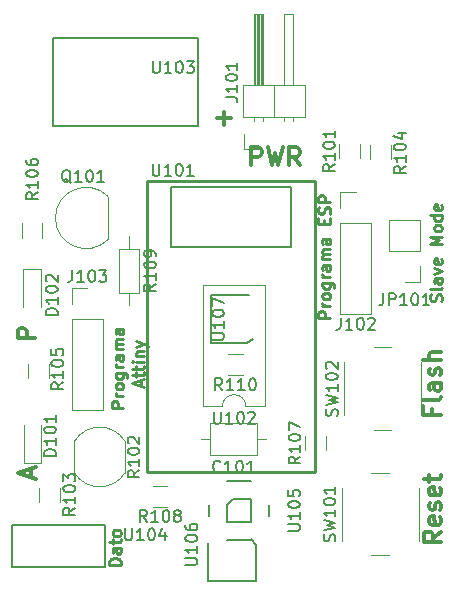
<source format=gbr>
G04 #@! TF.GenerationSoftware,KiCad,Pcbnew,5.0.0-fee4fd1~66~ubuntu16.04.1*
G04 #@! TF.CreationDate,2018-08-17T12:37:58+02:00*
G04 #@! TF.ProjectId,Garden_Guardian,47617264656E5F477561726469616E2E,rev?*
G04 #@! TF.SameCoordinates,Original*
G04 #@! TF.FileFunction,Legend,Top*
G04 #@! TF.FilePolarity,Positive*
%FSLAX46Y46*%
G04 Gerber Fmt 4.6, Leading zero omitted, Abs format (unit mm)*
G04 Created by KiCad (PCBNEW 5.0.0-fee4fd1~66~ubuntu16.04.1) date Fri Aug 17 12:37:58 2018*
%MOMM*%
%LPD*%
G01*
G04 APERTURE LIST*
%ADD10C,0.300000*%
%ADD11C,0.250000*%
%ADD12C,0.150000*%
%ADD13C,0.120000*%
%ADD14C,0.254000*%
%ADD15C,0.152400*%
%ADD16C,0.200000*%
G04 APERTURE END LIST*
D10*
X146268571Y-92502857D02*
X144768571Y-92502857D01*
X144768571Y-91931428D01*
X144840000Y-91788571D01*
X144911428Y-91717142D01*
X145054285Y-91645714D01*
X145268571Y-91645714D01*
X145411428Y-91717142D01*
X145482857Y-91788571D01*
X145554285Y-91931428D01*
X145554285Y-92502857D01*
X145890000Y-104277142D02*
X145890000Y-103562857D01*
X146318571Y-104420000D02*
X144818571Y-103920000D01*
X146318571Y-103420000D01*
D11*
X153512380Y-111702380D02*
X152512380Y-111702380D01*
X152512380Y-111464285D01*
X152560000Y-111321428D01*
X152655238Y-111226190D01*
X152750476Y-111178571D01*
X152940952Y-111130952D01*
X153083809Y-111130952D01*
X153274285Y-111178571D01*
X153369523Y-111226190D01*
X153464761Y-111321428D01*
X153512380Y-111464285D01*
X153512380Y-111702380D01*
X153512380Y-110273809D02*
X152988571Y-110273809D01*
X152893333Y-110321428D01*
X152845714Y-110416666D01*
X152845714Y-110607142D01*
X152893333Y-110702380D01*
X153464761Y-110273809D02*
X153512380Y-110369047D01*
X153512380Y-110607142D01*
X153464761Y-110702380D01*
X153369523Y-110750000D01*
X153274285Y-110750000D01*
X153179047Y-110702380D01*
X153131428Y-110607142D01*
X153131428Y-110369047D01*
X153083809Y-110273809D01*
X152845714Y-109940476D02*
X152845714Y-109559523D01*
X152512380Y-109797619D02*
X153369523Y-109797619D01*
X153464761Y-109750000D01*
X153512380Y-109654761D01*
X153512380Y-109559523D01*
X153512380Y-109083333D02*
X153464761Y-109178571D01*
X153417142Y-109226190D01*
X153321904Y-109273809D01*
X153036190Y-109273809D01*
X152940952Y-109226190D01*
X152893333Y-109178571D01*
X152845714Y-109083333D01*
X152845714Y-108940476D01*
X152893333Y-108845238D01*
X152940952Y-108797619D01*
X153036190Y-108750000D01*
X153321904Y-108750000D01*
X153417142Y-108797619D01*
X153464761Y-108845238D01*
X153512380Y-108940476D01*
X153512380Y-109083333D01*
X153737380Y-98418095D02*
X152737380Y-98418095D01*
X152737380Y-98037142D01*
X152785000Y-97941904D01*
X152832619Y-97894285D01*
X152927857Y-97846666D01*
X153070714Y-97846666D01*
X153165952Y-97894285D01*
X153213571Y-97941904D01*
X153261190Y-98037142D01*
X153261190Y-98418095D01*
X153737380Y-97418095D02*
X153070714Y-97418095D01*
X153261190Y-97418095D02*
X153165952Y-97370476D01*
X153118333Y-97322857D01*
X153070714Y-97227619D01*
X153070714Y-97132380D01*
X153737380Y-96656190D02*
X153689761Y-96751428D01*
X153642142Y-96799047D01*
X153546904Y-96846666D01*
X153261190Y-96846666D01*
X153165952Y-96799047D01*
X153118333Y-96751428D01*
X153070714Y-96656190D01*
X153070714Y-96513333D01*
X153118333Y-96418095D01*
X153165952Y-96370476D01*
X153261190Y-96322857D01*
X153546904Y-96322857D01*
X153642142Y-96370476D01*
X153689761Y-96418095D01*
X153737380Y-96513333D01*
X153737380Y-96656190D01*
X153070714Y-95465714D02*
X153880238Y-95465714D01*
X153975476Y-95513333D01*
X154023095Y-95560952D01*
X154070714Y-95656190D01*
X154070714Y-95799047D01*
X154023095Y-95894285D01*
X153689761Y-95465714D02*
X153737380Y-95560952D01*
X153737380Y-95751428D01*
X153689761Y-95846666D01*
X153642142Y-95894285D01*
X153546904Y-95941904D01*
X153261190Y-95941904D01*
X153165952Y-95894285D01*
X153118333Y-95846666D01*
X153070714Y-95751428D01*
X153070714Y-95560952D01*
X153118333Y-95465714D01*
X153737380Y-94989523D02*
X153070714Y-94989523D01*
X153261190Y-94989523D02*
X153165952Y-94941904D01*
X153118333Y-94894285D01*
X153070714Y-94799047D01*
X153070714Y-94703809D01*
X153737380Y-93941904D02*
X153213571Y-93941904D01*
X153118333Y-93989523D01*
X153070714Y-94084761D01*
X153070714Y-94275238D01*
X153118333Y-94370476D01*
X153689761Y-93941904D02*
X153737380Y-94037142D01*
X153737380Y-94275238D01*
X153689761Y-94370476D01*
X153594523Y-94418095D01*
X153499285Y-94418095D01*
X153404047Y-94370476D01*
X153356428Y-94275238D01*
X153356428Y-94037142D01*
X153308809Y-93941904D01*
X153737380Y-93465714D02*
X153070714Y-93465714D01*
X153165952Y-93465714D02*
X153118333Y-93418095D01*
X153070714Y-93322857D01*
X153070714Y-93180000D01*
X153118333Y-93084761D01*
X153213571Y-93037142D01*
X153737380Y-93037142D01*
X153213571Y-93037142D02*
X153118333Y-92989523D01*
X153070714Y-92894285D01*
X153070714Y-92751428D01*
X153118333Y-92656190D01*
X153213571Y-92608571D01*
X153737380Y-92608571D01*
X153737380Y-91703809D02*
X153213571Y-91703809D01*
X153118333Y-91751428D01*
X153070714Y-91846666D01*
X153070714Y-92037142D01*
X153118333Y-92132380D01*
X153689761Y-91703809D02*
X153737380Y-91799047D01*
X153737380Y-92037142D01*
X153689761Y-92132380D01*
X153594523Y-92180000D01*
X153499285Y-92180000D01*
X153404047Y-92132380D01*
X153356428Y-92037142D01*
X153356428Y-91799047D01*
X153308809Y-91703809D01*
X155201666Y-96560952D02*
X155201666Y-96084761D01*
X155487380Y-96656190D02*
X154487380Y-96322857D01*
X155487380Y-95989523D01*
X154820714Y-95799047D02*
X154820714Y-95418095D01*
X154487380Y-95656190D02*
X155344523Y-95656190D01*
X155439761Y-95608571D01*
X155487380Y-95513333D01*
X155487380Y-95418095D01*
X154820714Y-95227619D02*
X154820714Y-94846666D01*
X154487380Y-95084761D02*
X155344523Y-95084761D01*
X155439761Y-95037142D01*
X155487380Y-94941904D01*
X155487380Y-94846666D01*
X155487380Y-94513333D02*
X154820714Y-94513333D01*
X154487380Y-94513333D02*
X154535000Y-94560952D01*
X154582619Y-94513333D01*
X154535000Y-94465714D01*
X154487380Y-94513333D01*
X154582619Y-94513333D01*
X154820714Y-94037142D02*
X155487380Y-94037142D01*
X154915952Y-94037142D02*
X154868333Y-93989523D01*
X154820714Y-93894285D01*
X154820714Y-93751428D01*
X154868333Y-93656190D01*
X154963571Y-93608571D01*
X155487380Y-93608571D01*
X154820714Y-93227619D02*
X155487380Y-92989523D01*
X154820714Y-92751428D02*
X155487380Y-92989523D01*
X155725476Y-93084761D01*
X155773095Y-93132380D01*
X155820714Y-93227619D01*
D10*
X180648571Y-108897142D02*
X179934285Y-109397142D01*
X180648571Y-109754285D02*
X179148571Y-109754285D01*
X179148571Y-109182857D01*
X179220000Y-109040000D01*
X179291428Y-108968571D01*
X179434285Y-108897142D01*
X179648571Y-108897142D01*
X179791428Y-108968571D01*
X179862857Y-109040000D01*
X179934285Y-109182857D01*
X179934285Y-109754285D01*
X180577142Y-107682857D02*
X180648571Y-107825714D01*
X180648571Y-108111428D01*
X180577142Y-108254285D01*
X180434285Y-108325714D01*
X179862857Y-108325714D01*
X179720000Y-108254285D01*
X179648571Y-108111428D01*
X179648571Y-107825714D01*
X179720000Y-107682857D01*
X179862857Y-107611428D01*
X180005714Y-107611428D01*
X180148571Y-108325714D01*
X180577142Y-107040000D02*
X180648571Y-106897142D01*
X180648571Y-106611428D01*
X180577142Y-106468571D01*
X180434285Y-106397142D01*
X180362857Y-106397142D01*
X180220000Y-106468571D01*
X180148571Y-106611428D01*
X180148571Y-106825714D01*
X180077142Y-106968571D01*
X179934285Y-107040000D01*
X179862857Y-107040000D01*
X179720000Y-106968571D01*
X179648571Y-106825714D01*
X179648571Y-106611428D01*
X179720000Y-106468571D01*
X180577142Y-105182857D02*
X180648571Y-105325714D01*
X180648571Y-105611428D01*
X180577142Y-105754285D01*
X180434285Y-105825714D01*
X179862857Y-105825714D01*
X179720000Y-105754285D01*
X179648571Y-105611428D01*
X179648571Y-105325714D01*
X179720000Y-105182857D01*
X179862857Y-105111428D01*
X180005714Y-105111428D01*
X180148571Y-105825714D01*
X179648571Y-104682857D02*
X179648571Y-104111428D01*
X179148571Y-104468571D02*
X180434285Y-104468571D01*
X180577142Y-104397142D01*
X180648571Y-104254285D01*
X180648571Y-104111428D01*
X179852857Y-98512857D02*
X179852857Y-99012857D01*
X180638571Y-99012857D02*
X179138571Y-99012857D01*
X179138571Y-98298571D01*
X180638571Y-97512857D02*
X180567142Y-97655714D01*
X180424285Y-97727142D01*
X179138571Y-97727142D01*
X180638571Y-96298571D02*
X179852857Y-96298571D01*
X179710000Y-96370000D01*
X179638571Y-96512857D01*
X179638571Y-96798571D01*
X179710000Y-96941428D01*
X180567142Y-96298571D02*
X180638571Y-96441428D01*
X180638571Y-96798571D01*
X180567142Y-96941428D01*
X180424285Y-97012857D01*
X180281428Y-97012857D01*
X180138571Y-96941428D01*
X180067142Y-96798571D01*
X180067142Y-96441428D01*
X179995714Y-96298571D01*
X180567142Y-95655714D02*
X180638571Y-95512857D01*
X180638571Y-95227142D01*
X180567142Y-95084285D01*
X180424285Y-95012857D01*
X180352857Y-95012857D01*
X180210000Y-95084285D01*
X180138571Y-95227142D01*
X180138571Y-95441428D01*
X180067142Y-95584285D01*
X179924285Y-95655714D01*
X179852857Y-95655714D01*
X179710000Y-95584285D01*
X179638571Y-95441428D01*
X179638571Y-95227142D01*
X179710000Y-95084285D01*
X180638571Y-94370000D02*
X179138571Y-94370000D01*
X180638571Y-93727142D02*
X179852857Y-93727142D01*
X179710000Y-93798571D01*
X179638571Y-93941428D01*
X179638571Y-94155714D01*
X179710000Y-94298571D01*
X179781428Y-94370000D01*
D11*
X171252380Y-90796666D02*
X170252380Y-90796666D01*
X170252380Y-90415714D01*
X170300000Y-90320476D01*
X170347619Y-90272857D01*
X170442857Y-90225238D01*
X170585714Y-90225238D01*
X170680952Y-90272857D01*
X170728571Y-90320476D01*
X170776190Y-90415714D01*
X170776190Y-90796666D01*
X171252380Y-89796666D02*
X170585714Y-89796666D01*
X170776190Y-89796666D02*
X170680952Y-89749047D01*
X170633333Y-89701428D01*
X170585714Y-89606190D01*
X170585714Y-89510952D01*
X171252380Y-89034761D02*
X171204761Y-89130000D01*
X171157142Y-89177619D01*
X171061904Y-89225238D01*
X170776190Y-89225238D01*
X170680952Y-89177619D01*
X170633333Y-89130000D01*
X170585714Y-89034761D01*
X170585714Y-88891904D01*
X170633333Y-88796666D01*
X170680952Y-88749047D01*
X170776190Y-88701428D01*
X171061904Y-88701428D01*
X171157142Y-88749047D01*
X171204761Y-88796666D01*
X171252380Y-88891904D01*
X171252380Y-89034761D01*
X170585714Y-87844285D02*
X171395238Y-87844285D01*
X171490476Y-87891904D01*
X171538095Y-87939523D01*
X171585714Y-88034761D01*
X171585714Y-88177619D01*
X171538095Y-88272857D01*
X171204761Y-87844285D02*
X171252380Y-87939523D01*
X171252380Y-88130000D01*
X171204761Y-88225238D01*
X171157142Y-88272857D01*
X171061904Y-88320476D01*
X170776190Y-88320476D01*
X170680952Y-88272857D01*
X170633333Y-88225238D01*
X170585714Y-88130000D01*
X170585714Y-87939523D01*
X170633333Y-87844285D01*
X171252380Y-87368095D02*
X170585714Y-87368095D01*
X170776190Y-87368095D02*
X170680952Y-87320476D01*
X170633333Y-87272857D01*
X170585714Y-87177619D01*
X170585714Y-87082380D01*
X171252380Y-86320476D02*
X170728571Y-86320476D01*
X170633333Y-86368095D01*
X170585714Y-86463333D01*
X170585714Y-86653809D01*
X170633333Y-86749047D01*
X171204761Y-86320476D02*
X171252380Y-86415714D01*
X171252380Y-86653809D01*
X171204761Y-86749047D01*
X171109523Y-86796666D01*
X171014285Y-86796666D01*
X170919047Y-86749047D01*
X170871428Y-86653809D01*
X170871428Y-86415714D01*
X170823809Y-86320476D01*
X171252380Y-85844285D02*
X170585714Y-85844285D01*
X170680952Y-85844285D02*
X170633333Y-85796666D01*
X170585714Y-85701428D01*
X170585714Y-85558571D01*
X170633333Y-85463333D01*
X170728571Y-85415714D01*
X171252380Y-85415714D01*
X170728571Y-85415714D02*
X170633333Y-85368095D01*
X170585714Y-85272857D01*
X170585714Y-85130000D01*
X170633333Y-85034761D01*
X170728571Y-84987142D01*
X171252380Y-84987142D01*
X171252380Y-84082380D02*
X170728571Y-84082380D01*
X170633333Y-84130000D01*
X170585714Y-84225238D01*
X170585714Y-84415714D01*
X170633333Y-84510952D01*
X171204761Y-84082380D02*
X171252380Y-84177619D01*
X171252380Y-84415714D01*
X171204761Y-84510952D01*
X171109523Y-84558571D01*
X171014285Y-84558571D01*
X170919047Y-84510952D01*
X170871428Y-84415714D01*
X170871428Y-84177619D01*
X170823809Y-84082380D01*
X170728571Y-82844285D02*
X170728571Y-82510952D01*
X171252380Y-82368095D02*
X171252380Y-82844285D01*
X170252380Y-82844285D01*
X170252380Y-82368095D01*
X171204761Y-81987142D02*
X171252380Y-81844285D01*
X171252380Y-81606190D01*
X171204761Y-81510952D01*
X171157142Y-81463333D01*
X171061904Y-81415714D01*
X170966666Y-81415714D01*
X170871428Y-81463333D01*
X170823809Y-81510952D01*
X170776190Y-81606190D01*
X170728571Y-81796666D01*
X170680952Y-81891904D01*
X170633333Y-81939523D01*
X170538095Y-81987142D01*
X170442857Y-81987142D01*
X170347619Y-81939523D01*
X170300000Y-81891904D01*
X170252380Y-81796666D01*
X170252380Y-81558571D01*
X170300000Y-81415714D01*
X171252380Y-80987142D02*
X170252380Y-80987142D01*
X170252380Y-80606190D01*
X170300000Y-80510952D01*
X170347619Y-80463333D01*
X170442857Y-80415714D01*
X170585714Y-80415714D01*
X170680952Y-80463333D01*
X170728571Y-80510952D01*
X170776190Y-80606190D01*
X170776190Y-80987142D01*
X180654761Y-89385238D02*
X180702380Y-89242380D01*
X180702380Y-89004285D01*
X180654761Y-88909047D01*
X180607142Y-88861428D01*
X180511904Y-88813809D01*
X180416666Y-88813809D01*
X180321428Y-88861428D01*
X180273809Y-88909047D01*
X180226190Y-89004285D01*
X180178571Y-89194761D01*
X180130952Y-89290000D01*
X180083333Y-89337619D01*
X179988095Y-89385238D01*
X179892857Y-89385238D01*
X179797619Y-89337619D01*
X179750000Y-89290000D01*
X179702380Y-89194761D01*
X179702380Y-88956666D01*
X179750000Y-88813809D01*
X180702380Y-88242380D02*
X180654761Y-88337619D01*
X180559523Y-88385238D01*
X179702380Y-88385238D01*
X180702380Y-87432857D02*
X180178571Y-87432857D01*
X180083333Y-87480476D01*
X180035714Y-87575714D01*
X180035714Y-87766190D01*
X180083333Y-87861428D01*
X180654761Y-87432857D02*
X180702380Y-87528095D01*
X180702380Y-87766190D01*
X180654761Y-87861428D01*
X180559523Y-87909047D01*
X180464285Y-87909047D01*
X180369047Y-87861428D01*
X180321428Y-87766190D01*
X180321428Y-87528095D01*
X180273809Y-87432857D01*
X180035714Y-87051904D02*
X180702380Y-86813809D01*
X180035714Y-86575714D01*
X180654761Y-85813809D02*
X180702380Y-85909047D01*
X180702380Y-86099523D01*
X180654761Y-86194761D01*
X180559523Y-86242380D01*
X180178571Y-86242380D01*
X180083333Y-86194761D01*
X180035714Y-86099523D01*
X180035714Y-85909047D01*
X180083333Y-85813809D01*
X180178571Y-85766190D01*
X180273809Y-85766190D01*
X180369047Y-86242380D01*
X180702380Y-84575714D02*
X179702380Y-84575714D01*
X180416666Y-84242380D01*
X179702380Y-83909047D01*
X180702380Y-83909047D01*
X180702380Y-83290000D02*
X180654761Y-83385238D01*
X180607142Y-83432857D01*
X180511904Y-83480476D01*
X180226190Y-83480476D01*
X180130952Y-83432857D01*
X180083333Y-83385238D01*
X180035714Y-83290000D01*
X180035714Y-83147142D01*
X180083333Y-83051904D01*
X180130952Y-83004285D01*
X180226190Y-82956666D01*
X180511904Y-82956666D01*
X180607142Y-83004285D01*
X180654761Y-83051904D01*
X180702380Y-83147142D01*
X180702380Y-83290000D01*
X180702380Y-82099523D02*
X179702380Y-82099523D01*
X180654761Y-82099523D02*
X180702380Y-82194761D01*
X180702380Y-82385238D01*
X180654761Y-82480476D01*
X180607142Y-82528095D01*
X180511904Y-82575714D01*
X180226190Y-82575714D01*
X180130952Y-82528095D01*
X180083333Y-82480476D01*
X180035714Y-82385238D01*
X180035714Y-82194761D01*
X180083333Y-82099523D01*
X180654761Y-81242380D02*
X180702380Y-81337619D01*
X180702380Y-81528095D01*
X180654761Y-81623333D01*
X180559523Y-81670952D01*
X180178571Y-81670952D01*
X180083333Y-81623333D01*
X180035714Y-81528095D01*
X180035714Y-81337619D01*
X180083333Y-81242380D01*
X180178571Y-81194761D01*
X180273809Y-81194761D01*
X180369047Y-81670952D01*
D10*
X164580000Y-77868571D02*
X164580000Y-76368571D01*
X165151428Y-76368571D01*
X165294285Y-76440000D01*
X165365714Y-76511428D01*
X165437142Y-76654285D01*
X165437142Y-76868571D01*
X165365714Y-77011428D01*
X165294285Y-77082857D01*
X165151428Y-77154285D01*
X164580000Y-77154285D01*
X165937142Y-76368571D02*
X166294285Y-77868571D01*
X166580000Y-76797142D01*
X166865714Y-77868571D01*
X167222857Y-76368571D01*
X168651428Y-77868571D02*
X168151428Y-77154285D01*
X167794285Y-77868571D02*
X167794285Y-76368571D01*
X168365714Y-76368571D01*
X168508571Y-76440000D01*
X168580000Y-76511428D01*
X168651428Y-76654285D01*
X168651428Y-76868571D01*
X168580000Y-77011428D01*
X168508571Y-77082857D01*
X168365714Y-77154285D01*
X167794285Y-77154285D01*
X161678571Y-73897142D02*
X162821428Y-73897142D01*
X162250000Y-74468571D02*
X162250000Y-73325714D01*
D12*
G04 #@! TO.C,U103*
X147780000Y-67060000D02*
X147780000Y-74560000D01*
X147780000Y-67060000D02*
X160080000Y-67060000D01*
X160080000Y-67060000D02*
X160080000Y-74560000D01*
X147780000Y-74560000D02*
X160080000Y-74560000D01*
G04 #@! TO.C,U104*
X152152000Y-108340000D02*
X144278000Y-108340000D01*
X144278000Y-111840000D02*
X144278000Y-108340000D01*
X152152000Y-111896000D02*
X144278000Y-111896000D01*
X152152000Y-108340000D02*
X152152000Y-111840000D01*
D13*
G04 #@! TO.C,C101*
X160290000Y-101070000D02*
X161100000Y-101070000D01*
X165830000Y-101070000D02*
X165020000Y-101070000D01*
X161100000Y-102430000D02*
X165020000Y-102430000D01*
X161100000Y-99710000D02*
X161100000Y-102430000D01*
X165020000Y-99710000D02*
X161100000Y-99710000D01*
X165020000Y-102430000D02*
X165020000Y-99710000D01*
G04 #@! TO.C,J101*
X163940000Y-76480000D02*
X163940000Y-75210000D01*
X165210000Y-76480000D02*
X163940000Y-76480000D01*
X168130000Y-74167071D02*
X168130000Y-73770000D01*
X167370000Y-74167071D02*
X167370000Y-73770000D01*
X168130000Y-65110000D02*
X168130000Y-71110000D01*
X167370000Y-65110000D02*
X168130000Y-65110000D01*
X167370000Y-71110000D02*
X167370000Y-65110000D01*
X166480000Y-73770000D02*
X166480000Y-71110000D01*
X165590000Y-74100000D02*
X165590000Y-73770000D01*
X164830000Y-74100000D02*
X164830000Y-73770000D01*
X165490000Y-71110000D02*
X165490000Y-65110000D01*
X165370000Y-71110000D02*
X165370000Y-65110000D01*
X165250000Y-71110000D02*
X165250000Y-65110000D01*
X165130000Y-71110000D02*
X165130000Y-65110000D01*
X165010000Y-71110000D02*
X165010000Y-65110000D01*
X164890000Y-71110000D02*
X164890000Y-65110000D01*
X165590000Y-65110000D02*
X165590000Y-71110000D01*
X164830000Y-65110000D02*
X165590000Y-65110000D01*
X164830000Y-71110000D02*
X164830000Y-65110000D01*
X163880000Y-71110000D02*
X163880000Y-73770000D01*
X169080000Y-71110000D02*
X163880000Y-71110000D01*
X169080000Y-73770000D02*
X169080000Y-71110000D01*
X163880000Y-73770000D02*
X169080000Y-73770000D01*
G04 #@! TO.C,J102*
X172080000Y-90430000D02*
X174740000Y-90430000D01*
X172080000Y-82750000D02*
X172080000Y-90430000D01*
X174740000Y-82750000D02*
X174740000Y-90430000D01*
X172080000Y-82750000D02*
X174740000Y-82750000D01*
X172080000Y-81480000D02*
X172080000Y-80150000D01*
X172080000Y-80150000D02*
X173410000Y-80150000D01*
G04 #@! TO.C,J103*
X149350000Y-88300000D02*
X150680000Y-88300000D01*
X149350000Y-89630000D02*
X149350000Y-88300000D01*
X149350000Y-90900000D02*
X152010000Y-90900000D01*
X152010000Y-90900000D02*
X152010000Y-98580000D01*
X149350000Y-90900000D02*
X149350000Y-98580000D01*
X149350000Y-98580000D02*
X152010000Y-98580000D01*
G04 #@! TO.C,JP101*
X178870000Y-87730000D02*
X177540000Y-87730000D01*
X178870000Y-86400000D02*
X178870000Y-87730000D01*
X178870000Y-85130000D02*
X176210000Y-85130000D01*
X176210000Y-85130000D02*
X176210000Y-82530000D01*
X178870000Y-85130000D02*
X178870000Y-82530000D01*
X178870000Y-82530000D02*
X176210000Y-82530000D01*
G04 #@! TO.C,Q101*
X152418478Y-80501522D02*
G75*
G03X147980000Y-82340000I-1838478J-1838478D01*
G01*
X152418478Y-84178478D02*
G75*
G02X147980000Y-82340000I-1838478J1838478D01*
G01*
X152430000Y-84140000D02*
X152430000Y-80540000D01*
G04 #@! TO.C,SW101*
X176230000Y-103910000D02*
X174730000Y-103910000D01*
X172230000Y-105160000D02*
X172230000Y-109660000D01*
X174730000Y-110910000D02*
X176230000Y-110910000D01*
X178730000Y-109660000D02*
X178730000Y-105160000D01*
G04 #@! TO.C,SW102*
X178920000Y-99050000D02*
X178920000Y-94550000D01*
X174920000Y-100300000D02*
X176420000Y-100300000D01*
X172420000Y-94550000D02*
X172420000Y-99050000D01*
X176420000Y-93300000D02*
X174920000Y-93300000D01*
D14*
G04 #@! TO.C,U101*
X169932000Y-79232000D02*
X169932000Y-103870000D01*
X169932000Y-103870000D02*
X155708000Y-103870000D01*
X155708000Y-103870000D02*
X155708000Y-79232000D01*
X155708000Y-79232000D02*
X169932000Y-79232000D01*
D15*
X167900000Y-82280000D02*
X167900000Y-79740000D01*
X167900000Y-79740000D02*
X165360000Y-79740000D01*
X165360000Y-79740000D02*
X157740000Y-79740000D01*
X157740000Y-79740000D02*
X157740000Y-84820000D01*
X157740000Y-84820000D02*
X167900000Y-84820000D01*
X167900000Y-84820000D02*
X167900000Y-82280000D01*
D13*
G04 #@! TO.C,U102*
X160460000Y-98300000D02*
X162110000Y-98300000D01*
X160460000Y-88020000D02*
X160460000Y-98300000D01*
X165760000Y-88020000D02*
X160460000Y-88020000D01*
X165760000Y-98300000D02*
X165760000Y-88020000D01*
X164110000Y-98300000D02*
X165760000Y-98300000D01*
X162110000Y-98300000D02*
G75*
G02X164110000Y-98300000I1000000J0D01*
G01*
D16*
G04 #@! TO.C,U105*
X164520000Y-106110000D02*
X164520000Y-108110000D01*
X164520000Y-108110000D02*
X162520000Y-108110000D01*
X162520000Y-108110000D02*
X162520000Y-106610000D01*
X162520000Y-106610000D02*
X163020000Y-106110000D01*
X163020000Y-106110000D02*
X164520000Y-106110000D01*
X164520000Y-104610000D02*
X162520000Y-104610000D01*
X161020000Y-106610000D02*
X161020000Y-107610000D01*
X164520000Y-109610000D02*
X162520000Y-109610000D01*
X166020000Y-106610000D02*
X166020000Y-107610000D01*
D13*
G04 #@! TO.C,R109*
X155040000Y-84950000D02*
X153320000Y-84950000D01*
X153320000Y-84950000D02*
X153320000Y-88670000D01*
X153320000Y-88670000D02*
X155040000Y-88670000D01*
X155040000Y-88670000D02*
X155040000Y-84950000D01*
X154180000Y-83880000D02*
X154180000Y-84950000D01*
X154180000Y-89740000D02*
X154180000Y-88670000D01*
G04 #@! TO.C,D101*
X145300000Y-103060000D02*
X146800000Y-103060000D01*
X145300000Y-103060000D02*
X145300000Y-99860000D01*
X146800000Y-99860000D02*
X146800000Y-103060000D01*
G04 #@! TO.C,D102*
X145260000Y-89870000D02*
X145260000Y-86670000D01*
X146760000Y-86670000D02*
X146760000Y-89870000D01*
X146760000Y-86670000D02*
X145260000Y-86670000D01*
G04 #@! TO.C,R101*
X172000000Y-77280000D02*
X172000000Y-76080000D01*
X173760000Y-76080000D02*
X173760000Y-77280000D01*
G04 #@! TO.C,R102*
X149597856Y-103938027D02*
G75*
G03X153880000Y-103910000I2132144J1378027D01*
G01*
X153864388Y-101234524D02*
G75*
G03X149580000Y-101260000I-2134388J-1325476D01*
G01*
X153880000Y-101260000D02*
X153880000Y-103910000D01*
X149580000Y-101260000D02*
X149580000Y-103910000D01*
G04 #@! TO.C,R103*
X148370000Y-105160000D02*
X148370000Y-106360000D01*
X146610000Y-106360000D02*
X146610000Y-105160000D01*
G04 #@! TO.C,R104*
X176390000Y-76120000D02*
X176390000Y-77320000D01*
X174630000Y-77320000D02*
X174630000Y-76120000D01*
G04 #@! TO.C,R105*
X147450000Y-94670000D02*
X147450000Y-95870000D01*
X145690000Y-95870000D02*
X145690000Y-94670000D01*
G04 #@! TO.C,R106*
X145110000Y-84000000D02*
X145110000Y-82800000D01*
X146870000Y-82800000D02*
X146870000Y-84000000D01*
G04 #@! TO.C,R107*
X169090000Y-102020000D02*
X169090000Y-100820000D01*
X170850000Y-100820000D02*
X170850000Y-102020000D01*
G04 #@! TO.C,R108*
X156240000Y-105030000D02*
X157440000Y-105030000D01*
X157440000Y-106790000D02*
X156240000Y-106790000D01*
D12*
G04 #@! TO.C,U106*
X164942000Y-113067000D02*
X160878000Y-113067000D01*
X160878000Y-113067000D02*
X160878000Y-109892000D01*
X164942000Y-113067000D02*
X164942000Y-110019000D01*
X164942000Y-110019000D02*
X164561000Y-109511000D01*
D13*
G04 #@! TO.C,R110*
X163820000Y-95650000D02*
X162620000Y-95650000D01*
X162620000Y-93890000D02*
X163820000Y-93890000D01*
D12*
G04 #@! TO.C,U107*
X161163000Y-92962000D02*
X161163000Y-88898000D01*
X161163000Y-88898000D02*
X164338000Y-88898000D01*
X161163000Y-92962000D02*
X164211000Y-92962000D01*
X164211000Y-92962000D02*
X164719000Y-92581000D01*
G04 #@! TO.C,U103*
X156225714Y-69052380D02*
X156225714Y-69861904D01*
X156273333Y-69957142D01*
X156320952Y-70004761D01*
X156416190Y-70052380D01*
X156606666Y-70052380D01*
X156701904Y-70004761D01*
X156749523Y-69957142D01*
X156797142Y-69861904D01*
X156797142Y-69052380D01*
X157797142Y-70052380D02*
X157225714Y-70052380D01*
X157511428Y-70052380D02*
X157511428Y-69052380D01*
X157416190Y-69195238D01*
X157320952Y-69290476D01*
X157225714Y-69338095D01*
X158416190Y-69052380D02*
X158511428Y-69052380D01*
X158606666Y-69100000D01*
X158654285Y-69147619D01*
X158701904Y-69242857D01*
X158749523Y-69433333D01*
X158749523Y-69671428D01*
X158701904Y-69861904D01*
X158654285Y-69957142D01*
X158606666Y-70004761D01*
X158511428Y-70052380D01*
X158416190Y-70052380D01*
X158320952Y-70004761D01*
X158273333Y-69957142D01*
X158225714Y-69861904D01*
X158178095Y-69671428D01*
X158178095Y-69433333D01*
X158225714Y-69242857D01*
X158273333Y-69147619D01*
X158320952Y-69100000D01*
X158416190Y-69052380D01*
X159082857Y-69052380D02*
X159701904Y-69052380D01*
X159368571Y-69433333D01*
X159511428Y-69433333D01*
X159606666Y-69480952D01*
X159654285Y-69528571D01*
X159701904Y-69623809D01*
X159701904Y-69861904D01*
X159654285Y-69957142D01*
X159606666Y-70004761D01*
X159511428Y-70052380D01*
X159225714Y-70052380D01*
X159130476Y-70004761D01*
X159082857Y-69957142D01*
G04 #@! TO.C,U104*
X153865714Y-108612380D02*
X153865714Y-109421904D01*
X153913333Y-109517142D01*
X153960952Y-109564761D01*
X154056190Y-109612380D01*
X154246666Y-109612380D01*
X154341904Y-109564761D01*
X154389523Y-109517142D01*
X154437142Y-109421904D01*
X154437142Y-108612380D01*
X155437142Y-109612380D02*
X154865714Y-109612380D01*
X155151428Y-109612380D02*
X155151428Y-108612380D01*
X155056190Y-108755238D01*
X154960952Y-108850476D01*
X154865714Y-108898095D01*
X156056190Y-108612380D02*
X156151428Y-108612380D01*
X156246666Y-108660000D01*
X156294285Y-108707619D01*
X156341904Y-108802857D01*
X156389523Y-108993333D01*
X156389523Y-109231428D01*
X156341904Y-109421904D01*
X156294285Y-109517142D01*
X156246666Y-109564761D01*
X156151428Y-109612380D01*
X156056190Y-109612380D01*
X155960952Y-109564761D01*
X155913333Y-109517142D01*
X155865714Y-109421904D01*
X155818095Y-109231428D01*
X155818095Y-108993333D01*
X155865714Y-108802857D01*
X155913333Y-108707619D01*
X155960952Y-108660000D01*
X156056190Y-108612380D01*
X157246666Y-108945714D02*
X157246666Y-109612380D01*
X157008571Y-108564761D02*
X156770476Y-109279047D01*
X157389523Y-109279047D01*
G04 #@! TO.C,C101*
X161940952Y-103787142D02*
X161893333Y-103834761D01*
X161750476Y-103882380D01*
X161655238Y-103882380D01*
X161512380Y-103834761D01*
X161417142Y-103739523D01*
X161369523Y-103644285D01*
X161321904Y-103453809D01*
X161321904Y-103310952D01*
X161369523Y-103120476D01*
X161417142Y-103025238D01*
X161512380Y-102930000D01*
X161655238Y-102882380D01*
X161750476Y-102882380D01*
X161893333Y-102930000D01*
X161940952Y-102977619D01*
X162893333Y-103882380D02*
X162321904Y-103882380D01*
X162607619Y-103882380D02*
X162607619Y-102882380D01*
X162512380Y-103025238D01*
X162417142Y-103120476D01*
X162321904Y-103168095D01*
X163512380Y-102882380D02*
X163607619Y-102882380D01*
X163702857Y-102930000D01*
X163750476Y-102977619D01*
X163798095Y-103072857D01*
X163845714Y-103263333D01*
X163845714Y-103501428D01*
X163798095Y-103691904D01*
X163750476Y-103787142D01*
X163702857Y-103834761D01*
X163607619Y-103882380D01*
X163512380Y-103882380D01*
X163417142Y-103834761D01*
X163369523Y-103787142D01*
X163321904Y-103691904D01*
X163274285Y-103501428D01*
X163274285Y-103263333D01*
X163321904Y-103072857D01*
X163369523Y-102977619D01*
X163417142Y-102930000D01*
X163512380Y-102882380D01*
X164798095Y-103882380D02*
X164226666Y-103882380D01*
X164512380Y-103882380D02*
X164512380Y-102882380D01*
X164417142Y-103025238D01*
X164321904Y-103120476D01*
X164226666Y-103168095D01*
G04 #@! TO.C,J101*
X162392380Y-72110714D02*
X163106666Y-72110714D01*
X163249523Y-72158333D01*
X163344761Y-72253571D01*
X163392380Y-72396428D01*
X163392380Y-72491666D01*
X163392380Y-71110714D02*
X163392380Y-71682142D01*
X163392380Y-71396428D02*
X162392380Y-71396428D01*
X162535238Y-71491666D01*
X162630476Y-71586904D01*
X162678095Y-71682142D01*
X162392380Y-70491666D02*
X162392380Y-70396428D01*
X162440000Y-70301190D01*
X162487619Y-70253571D01*
X162582857Y-70205952D01*
X162773333Y-70158333D01*
X163011428Y-70158333D01*
X163201904Y-70205952D01*
X163297142Y-70253571D01*
X163344761Y-70301190D01*
X163392380Y-70396428D01*
X163392380Y-70491666D01*
X163344761Y-70586904D01*
X163297142Y-70634523D01*
X163201904Y-70682142D01*
X163011428Y-70729761D01*
X162773333Y-70729761D01*
X162582857Y-70682142D01*
X162487619Y-70634523D01*
X162440000Y-70586904D01*
X162392380Y-70491666D01*
X163392380Y-69205952D02*
X163392380Y-69777380D01*
X163392380Y-69491666D02*
X162392380Y-69491666D01*
X162535238Y-69586904D01*
X162630476Y-69682142D01*
X162678095Y-69777380D01*
G04 #@! TO.C,J102*
X172124285Y-90792380D02*
X172124285Y-91506666D01*
X172076666Y-91649523D01*
X171981428Y-91744761D01*
X171838571Y-91792380D01*
X171743333Y-91792380D01*
X173124285Y-91792380D02*
X172552857Y-91792380D01*
X172838571Y-91792380D02*
X172838571Y-90792380D01*
X172743333Y-90935238D01*
X172648095Y-91030476D01*
X172552857Y-91078095D01*
X173743333Y-90792380D02*
X173838571Y-90792380D01*
X173933809Y-90840000D01*
X173981428Y-90887619D01*
X174029047Y-90982857D01*
X174076666Y-91173333D01*
X174076666Y-91411428D01*
X174029047Y-91601904D01*
X173981428Y-91697142D01*
X173933809Y-91744761D01*
X173838571Y-91792380D01*
X173743333Y-91792380D01*
X173648095Y-91744761D01*
X173600476Y-91697142D01*
X173552857Y-91601904D01*
X173505238Y-91411428D01*
X173505238Y-91173333D01*
X173552857Y-90982857D01*
X173600476Y-90887619D01*
X173648095Y-90840000D01*
X173743333Y-90792380D01*
X174457619Y-90887619D02*
X174505238Y-90840000D01*
X174600476Y-90792380D01*
X174838571Y-90792380D01*
X174933809Y-90840000D01*
X174981428Y-90887619D01*
X175029047Y-90982857D01*
X175029047Y-91078095D01*
X174981428Y-91220952D01*
X174410000Y-91792380D01*
X175029047Y-91792380D01*
G04 #@! TO.C,J103*
X149394285Y-86752380D02*
X149394285Y-87466666D01*
X149346666Y-87609523D01*
X149251428Y-87704761D01*
X149108571Y-87752380D01*
X149013333Y-87752380D01*
X150394285Y-87752380D02*
X149822857Y-87752380D01*
X150108571Y-87752380D02*
X150108571Y-86752380D01*
X150013333Y-86895238D01*
X149918095Y-86990476D01*
X149822857Y-87038095D01*
X151013333Y-86752380D02*
X151108571Y-86752380D01*
X151203809Y-86800000D01*
X151251428Y-86847619D01*
X151299047Y-86942857D01*
X151346666Y-87133333D01*
X151346666Y-87371428D01*
X151299047Y-87561904D01*
X151251428Y-87657142D01*
X151203809Y-87704761D01*
X151108571Y-87752380D01*
X151013333Y-87752380D01*
X150918095Y-87704761D01*
X150870476Y-87657142D01*
X150822857Y-87561904D01*
X150775238Y-87371428D01*
X150775238Y-87133333D01*
X150822857Y-86942857D01*
X150870476Y-86847619D01*
X150918095Y-86800000D01*
X151013333Y-86752380D01*
X151680000Y-86752380D02*
X152299047Y-86752380D01*
X151965714Y-87133333D01*
X152108571Y-87133333D01*
X152203809Y-87180952D01*
X152251428Y-87228571D01*
X152299047Y-87323809D01*
X152299047Y-87561904D01*
X152251428Y-87657142D01*
X152203809Y-87704761D01*
X152108571Y-87752380D01*
X151822857Y-87752380D01*
X151727619Y-87704761D01*
X151680000Y-87657142D01*
G04 #@! TO.C,JP101*
X175744285Y-88712380D02*
X175744285Y-89426666D01*
X175696666Y-89569523D01*
X175601428Y-89664761D01*
X175458571Y-89712380D01*
X175363333Y-89712380D01*
X176220476Y-89712380D02*
X176220476Y-88712380D01*
X176601428Y-88712380D01*
X176696666Y-88760000D01*
X176744285Y-88807619D01*
X176791904Y-88902857D01*
X176791904Y-89045714D01*
X176744285Y-89140952D01*
X176696666Y-89188571D01*
X176601428Y-89236190D01*
X176220476Y-89236190D01*
X177744285Y-89712380D02*
X177172857Y-89712380D01*
X177458571Y-89712380D02*
X177458571Y-88712380D01*
X177363333Y-88855238D01*
X177268095Y-88950476D01*
X177172857Y-88998095D01*
X178363333Y-88712380D02*
X178458571Y-88712380D01*
X178553809Y-88760000D01*
X178601428Y-88807619D01*
X178649047Y-88902857D01*
X178696666Y-89093333D01*
X178696666Y-89331428D01*
X178649047Y-89521904D01*
X178601428Y-89617142D01*
X178553809Y-89664761D01*
X178458571Y-89712380D01*
X178363333Y-89712380D01*
X178268095Y-89664761D01*
X178220476Y-89617142D01*
X178172857Y-89521904D01*
X178125238Y-89331428D01*
X178125238Y-89093333D01*
X178172857Y-88902857D01*
X178220476Y-88807619D01*
X178268095Y-88760000D01*
X178363333Y-88712380D01*
X179649047Y-89712380D02*
X179077619Y-89712380D01*
X179363333Y-89712380D02*
X179363333Y-88712380D01*
X179268095Y-88855238D01*
X179172857Y-88950476D01*
X179077619Y-88998095D01*
G04 #@! TO.C,Q101*
X149282380Y-79367619D02*
X149187142Y-79320000D01*
X149091904Y-79224761D01*
X148949047Y-79081904D01*
X148853809Y-79034285D01*
X148758571Y-79034285D01*
X148806190Y-79272380D02*
X148710952Y-79224761D01*
X148615714Y-79129523D01*
X148568095Y-78939047D01*
X148568095Y-78605714D01*
X148615714Y-78415238D01*
X148710952Y-78320000D01*
X148806190Y-78272380D01*
X148996666Y-78272380D01*
X149091904Y-78320000D01*
X149187142Y-78415238D01*
X149234761Y-78605714D01*
X149234761Y-78939047D01*
X149187142Y-79129523D01*
X149091904Y-79224761D01*
X148996666Y-79272380D01*
X148806190Y-79272380D01*
X150187142Y-79272380D02*
X149615714Y-79272380D01*
X149901428Y-79272380D02*
X149901428Y-78272380D01*
X149806190Y-78415238D01*
X149710952Y-78510476D01*
X149615714Y-78558095D01*
X150806190Y-78272380D02*
X150901428Y-78272380D01*
X150996666Y-78320000D01*
X151044285Y-78367619D01*
X151091904Y-78462857D01*
X151139523Y-78653333D01*
X151139523Y-78891428D01*
X151091904Y-79081904D01*
X151044285Y-79177142D01*
X150996666Y-79224761D01*
X150901428Y-79272380D01*
X150806190Y-79272380D01*
X150710952Y-79224761D01*
X150663333Y-79177142D01*
X150615714Y-79081904D01*
X150568095Y-78891428D01*
X150568095Y-78653333D01*
X150615714Y-78462857D01*
X150663333Y-78367619D01*
X150710952Y-78320000D01*
X150806190Y-78272380D01*
X152091904Y-79272380D02*
X151520476Y-79272380D01*
X151806190Y-79272380D02*
X151806190Y-78272380D01*
X151710952Y-78415238D01*
X151615714Y-78510476D01*
X151520476Y-78558095D01*
G04 #@! TO.C,SW101*
X171634761Y-109695714D02*
X171682380Y-109552857D01*
X171682380Y-109314761D01*
X171634761Y-109219523D01*
X171587142Y-109171904D01*
X171491904Y-109124285D01*
X171396666Y-109124285D01*
X171301428Y-109171904D01*
X171253809Y-109219523D01*
X171206190Y-109314761D01*
X171158571Y-109505238D01*
X171110952Y-109600476D01*
X171063333Y-109648095D01*
X170968095Y-109695714D01*
X170872857Y-109695714D01*
X170777619Y-109648095D01*
X170730000Y-109600476D01*
X170682380Y-109505238D01*
X170682380Y-109267142D01*
X170730000Y-109124285D01*
X170682380Y-108790952D02*
X171682380Y-108552857D01*
X170968095Y-108362380D01*
X171682380Y-108171904D01*
X170682380Y-107933809D01*
X171682380Y-107029047D02*
X171682380Y-107600476D01*
X171682380Y-107314761D02*
X170682380Y-107314761D01*
X170825238Y-107410000D01*
X170920476Y-107505238D01*
X170968095Y-107600476D01*
X170682380Y-106410000D02*
X170682380Y-106314761D01*
X170730000Y-106219523D01*
X170777619Y-106171904D01*
X170872857Y-106124285D01*
X171063333Y-106076666D01*
X171301428Y-106076666D01*
X171491904Y-106124285D01*
X171587142Y-106171904D01*
X171634761Y-106219523D01*
X171682380Y-106314761D01*
X171682380Y-106410000D01*
X171634761Y-106505238D01*
X171587142Y-106552857D01*
X171491904Y-106600476D01*
X171301428Y-106648095D01*
X171063333Y-106648095D01*
X170872857Y-106600476D01*
X170777619Y-106552857D01*
X170730000Y-106505238D01*
X170682380Y-106410000D01*
X171682380Y-105124285D02*
X171682380Y-105695714D01*
X171682380Y-105410000D02*
X170682380Y-105410000D01*
X170825238Y-105505238D01*
X170920476Y-105600476D01*
X170968095Y-105695714D01*
G04 #@! TO.C,SW102*
X171824761Y-99085714D02*
X171872380Y-98942857D01*
X171872380Y-98704761D01*
X171824761Y-98609523D01*
X171777142Y-98561904D01*
X171681904Y-98514285D01*
X171586666Y-98514285D01*
X171491428Y-98561904D01*
X171443809Y-98609523D01*
X171396190Y-98704761D01*
X171348571Y-98895238D01*
X171300952Y-98990476D01*
X171253333Y-99038095D01*
X171158095Y-99085714D01*
X171062857Y-99085714D01*
X170967619Y-99038095D01*
X170920000Y-98990476D01*
X170872380Y-98895238D01*
X170872380Y-98657142D01*
X170920000Y-98514285D01*
X170872380Y-98180952D02*
X171872380Y-97942857D01*
X171158095Y-97752380D01*
X171872380Y-97561904D01*
X170872380Y-97323809D01*
X171872380Y-96419047D02*
X171872380Y-96990476D01*
X171872380Y-96704761D02*
X170872380Y-96704761D01*
X171015238Y-96800000D01*
X171110476Y-96895238D01*
X171158095Y-96990476D01*
X170872380Y-95800000D02*
X170872380Y-95704761D01*
X170920000Y-95609523D01*
X170967619Y-95561904D01*
X171062857Y-95514285D01*
X171253333Y-95466666D01*
X171491428Y-95466666D01*
X171681904Y-95514285D01*
X171777142Y-95561904D01*
X171824761Y-95609523D01*
X171872380Y-95704761D01*
X171872380Y-95800000D01*
X171824761Y-95895238D01*
X171777142Y-95942857D01*
X171681904Y-95990476D01*
X171491428Y-96038095D01*
X171253333Y-96038095D01*
X171062857Y-95990476D01*
X170967619Y-95942857D01*
X170920000Y-95895238D01*
X170872380Y-95800000D01*
X170967619Y-95085714D02*
X170920000Y-95038095D01*
X170872380Y-94942857D01*
X170872380Y-94704761D01*
X170920000Y-94609523D01*
X170967619Y-94561904D01*
X171062857Y-94514285D01*
X171158095Y-94514285D01*
X171300952Y-94561904D01*
X171872380Y-95133333D01*
X171872380Y-94514285D01*
G04 #@! TO.C,U101*
X156215714Y-77762380D02*
X156215714Y-78571904D01*
X156263333Y-78667142D01*
X156310952Y-78714761D01*
X156406190Y-78762380D01*
X156596666Y-78762380D01*
X156691904Y-78714761D01*
X156739523Y-78667142D01*
X156787142Y-78571904D01*
X156787142Y-77762380D01*
X157787142Y-78762380D02*
X157215714Y-78762380D01*
X157501428Y-78762380D02*
X157501428Y-77762380D01*
X157406190Y-77905238D01*
X157310952Y-78000476D01*
X157215714Y-78048095D01*
X158406190Y-77762380D02*
X158501428Y-77762380D01*
X158596666Y-77810000D01*
X158644285Y-77857619D01*
X158691904Y-77952857D01*
X158739523Y-78143333D01*
X158739523Y-78381428D01*
X158691904Y-78571904D01*
X158644285Y-78667142D01*
X158596666Y-78714761D01*
X158501428Y-78762380D01*
X158406190Y-78762380D01*
X158310952Y-78714761D01*
X158263333Y-78667142D01*
X158215714Y-78571904D01*
X158168095Y-78381428D01*
X158168095Y-78143333D01*
X158215714Y-77952857D01*
X158263333Y-77857619D01*
X158310952Y-77810000D01*
X158406190Y-77762380D01*
X159691904Y-78762380D02*
X159120476Y-78762380D01*
X159406190Y-78762380D02*
X159406190Y-77762380D01*
X159310952Y-77905238D01*
X159215714Y-78000476D01*
X159120476Y-78048095D01*
G04 #@! TO.C,U102*
X161395714Y-98752380D02*
X161395714Y-99561904D01*
X161443333Y-99657142D01*
X161490952Y-99704761D01*
X161586190Y-99752380D01*
X161776666Y-99752380D01*
X161871904Y-99704761D01*
X161919523Y-99657142D01*
X161967142Y-99561904D01*
X161967142Y-98752380D01*
X162967142Y-99752380D02*
X162395714Y-99752380D01*
X162681428Y-99752380D02*
X162681428Y-98752380D01*
X162586190Y-98895238D01*
X162490952Y-98990476D01*
X162395714Y-99038095D01*
X163586190Y-98752380D02*
X163681428Y-98752380D01*
X163776666Y-98800000D01*
X163824285Y-98847619D01*
X163871904Y-98942857D01*
X163919523Y-99133333D01*
X163919523Y-99371428D01*
X163871904Y-99561904D01*
X163824285Y-99657142D01*
X163776666Y-99704761D01*
X163681428Y-99752380D01*
X163586190Y-99752380D01*
X163490952Y-99704761D01*
X163443333Y-99657142D01*
X163395714Y-99561904D01*
X163348095Y-99371428D01*
X163348095Y-99133333D01*
X163395714Y-98942857D01*
X163443333Y-98847619D01*
X163490952Y-98800000D01*
X163586190Y-98752380D01*
X164300476Y-98847619D02*
X164348095Y-98800000D01*
X164443333Y-98752380D01*
X164681428Y-98752380D01*
X164776666Y-98800000D01*
X164824285Y-98847619D01*
X164871904Y-98942857D01*
X164871904Y-99038095D01*
X164824285Y-99180952D01*
X164252857Y-99752380D01*
X164871904Y-99752380D01*
G04 #@! TO.C,U105*
D16*
X167672380Y-108824285D02*
X168481904Y-108824285D01*
X168577142Y-108776666D01*
X168624761Y-108729047D01*
X168672380Y-108633809D01*
X168672380Y-108443333D01*
X168624761Y-108348095D01*
X168577142Y-108300476D01*
X168481904Y-108252857D01*
X167672380Y-108252857D01*
X168672380Y-107252857D02*
X168672380Y-107824285D01*
X168672380Y-107538571D02*
X167672380Y-107538571D01*
X167815238Y-107633809D01*
X167910476Y-107729047D01*
X167958095Y-107824285D01*
X167672380Y-106633809D02*
X167672380Y-106538571D01*
X167720000Y-106443333D01*
X167767619Y-106395714D01*
X167862857Y-106348095D01*
X168053333Y-106300476D01*
X168291428Y-106300476D01*
X168481904Y-106348095D01*
X168577142Y-106395714D01*
X168624761Y-106443333D01*
X168672380Y-106538571D01*
X168672380Y-106633809D01*
X168624761Y-106729047D01*
X168577142Y-106776666D01*
X168481904Y-106824285D01*
X168291428Y-106871904D01*
X168053333Y-106871904D01*
X167862857Y-106824285D01*
X167767619Y-106776666D01*
X167720000Y-106729047D01*
X167672380Y-106633809D01*
X167672380Y-105395714D02*
X167672380Y-105871904D01*
X168148571Y-105919523D01*
X168100952Y-105871904D01*
X168053333Y-105776666D01*
X168053333Y-105538571D01*
X168100952Y-105443333D01*
X168148571Y-105395714D01*
X168243809Y-105348095D01*
X168481904Y-105348095D01*
X168577142Y-105395714D01*
X168624761Y-105443333D01*
X168672380Y-105538571D01*
X168672380Y-105776666D01*
X168624761Y-105871904D01*
X168577142Y-105919523D01*
G04 #@! TO.C,R109*
D12*
X156492380Y-87929047D02*
X156016190Y-88262380D01*
X156492380Y-88500476D02*
X155492380Y-88500476D01*
X155492380Y-88119523D01*
X155540000Y-88024285D01*
X155587619Y-87976666D01*
X155682857Y-87929047D01*
X155825714Y-87929047D01*
X155920952Y-87976666D01*
X155968571Y-88024285D01*
X156016190Y-88119523D01*
X156016190Y-88500476D01*
X156492380Y-86976666D02*
X156492380Y-87548095D01*
X156492380Y-87262380D02*
X155492380Y-87262380D01*
X155635238Y-87357619D01*
X155730476Y-87452857D01*
X155778095Y-87548095D01*
X155492380Y-86357619D02*
X155492380Y-86262380D01*
X155540000Y-86167142D01*
X155587619Y-86119523D01*
X155682857Y-86071904D01*
X155873333Y-86024285D01*
X156111428Y-86024285D01*
X156301904Y-86071904D01*
X156397142Y-86119523D01*
X156444761Y-86167142D01*
X156492380Y-86262380D01*
X156492380Y-86357619D01*
X156444761Y-86452857D01*
X156397142Y-86500476D01*
X156301904Y-86548095D01*
X156111428Y-86595714D01*
X155873333Y-86595714D01*
X155682857Y-86548095D01*
X155587619Y-86500476D01*
X155540000Y-86452857D01*
X155492380Y-86357619D01*
X156492380Y-85548095D02*
X156492380Y-85357619D01*
X156444761Y-85262380D01*
X156397142Y-85214761D01*
X156254285Y-85119523D01*
X156063809Y-85071904D01*
X155682857Y-85071904D01*
X155587619Y-85119523D01*
X155540000Y-85167142D01*
X155492380Y-85262380D01*
X155492380Y-85452857D01*
X155540000Y-85548095D01*
X155587619Y-85595714D01*
X155682857Y-85643333D01*
X155920952Y-85643333D01*
X156016190Y-85595714D01*
X156063809Y-85548095D01*
X156111428Y-85452857D01*
X156111428Y-85262380D01*
X156063809Y-85167142D01*
X156016190Y-85119523D01*
X155920952Y-85071904D01*
G04 #@! TO.C,D101*
X148012380Y-102470476D02*
X147012380Y-102470476D01*
X147012380Y-102232380D01*
X147060000Y-102089523D01*
X147155238Y-101994285D01*
X147250476Y-101946666D01*
X147440952Y-101899047D01*
X147583809Y-101899047D01*
X147774285Y-101946666D01*
X147869523Y-101994285D01*
X147964761Y-102089523D01*
X148012380Y-102232380D01*
X148012380Y-102470476D01*
X148012380Y-100946666D02*
X148012380Y-101518095D01*
X148012380Y-101232380D02*
X147012380Y-101232380D01*
X147155238Y-101327619D01*
X147250476Y-101422857D01*
X147298095Y-101518095D01*
X147012380Y-100327619D02*
X147012380Y-100232380D01*
X147060000Y-100137142D01*
X147107619Y-100089523D01*
X147202857Y-100041904D01*
X147393333Y-99994285D01*
X147631428Y-99994285D01*
X147821904Y-100041904D01*
X147917142Y-100089523D01*
X147964761Y-100137142D01*
X148012380Y-100232380D01*
X148012380Y-100327619D01*
X147964761Y-100422857D01*
X147917142Y-100470476D01*
X147821904Y-100518095D01*
X147631428Y-100565714D01*
X147393333Y-100565714D01*
X147202857Y-100518095D01*
X147107619Y-100470476D01*
X147060000Y-100422857D01*
X147012380Y-100327619D01*
X148012380Y-99041904D02*
X148012380Y-99613333D01*
X148012380Y-99327619D02*
X147012380Y-99327619D01*
X147155238Y-99422857D01*
X147250476Y-99518095D01*
X147298095Y-99613333D01*
G04 #@! TO.C,D102*
X148162380Y-90560476D02*
X147162380Y-90560476D01*
X147162380Y-90322380D01*
X147210000Y-90179523D01*
X147305238Y-90084285D01*
X147400476Y-90036666D01*
X147590952Y-89989047D01*
X147733809Y-89989047D01*
X147924285Y-90036666D01*
X148019523Y-90084285D01*
X148114761Y-90179523D01*
X148162380Y-90322380D01*
X148162380Y-90560476D01*
X148162380Y-89036666D02*
X148162380Y-89608095D01*
X148162380Y-89322380D02*
X147162380Y-89322380D01*
X147305238Y-89417619D01*
X147400476Y-89512857D01*
X147448095Y-89608095D01*
X147162380Y-88417619D02*
X147162380Y-88322380D01*
X147210000Y-88227142D01*
X147257619Y-88179523D01*
X147352857Y-88131904D01*
X147543333Y-88084285D01*
X147781428Y-88084285D01*
X147971904Y-88131904D01*
X148067142Y-88179523D01*
X148114761Y-88227142D01*
X148162380Y-88322380D01*
X148162380Y-88417619D01*
X148114761Y-88512857D01*
X148067142Y-88560476D01*
X147971904Y-88608095D01*
X147781428Y-88655714D01*
X147543333Y-88655714D01*
X147352857Y-88608095D01*
X147257619Y-88560476D01*
X147210000Y-88512857D01*
X147162380Y-88417619D01*
X147257619Y-87703333D02*
X147210000Y-87655714D01*
X147162380Y-87560476D01*
X147162380Y-87322380D01*
X147210000Y-87227142D01*
X147257619Y-87179523D01*
X147352857Y-87131904D01*
X147448095Y-87131904D01*
X147590952Y-87179523D01*
X148162380Y-87750952D01*
X148162380Y-87131904D01*
G04 #@! TO.C,R101*
X171632380Y-77799047D02*
X171156190Y-78132380D01*
X171632380Y-78370476D02*
X170632380Y-78370476D01*
X170632380Y-77989523D01*
X170680000Y-77894285D01*
X170727619Y-77846666D01*
X170822857Y-77799047D01*
X170965714Y-77799047D01*
X171060952Y-77846666D01*
X171108571Y-77894285D01*
X171156190Y-77989523D01*
X171156190Y-78370476D01*
X171632380Y-76846666D02*
X171632380Y-77418095D01*
X171632380Y-77132380D02*
X170632380Y-77132380D01*
X170775238Y-77227619D01*
X170870476Y-77322857D01*
X170918095Y-77418095D01*
X170632380Y-76227619D02*
X170632380Y-76132380D01*
X170680000Y-76037142D01*
X170727619Y-75989523D01*
X170822857Y-75941904D01*
X171013333Y-75894285D01*
X171251428Y-75894285D01*
X171441904Y-75941904D01*
X171537142Y-75989523D01*
X171584761Y-76037142D01*
X171632380Y-76132380D01*
X171632380Y-76227619D01*
X171584761Y-76322857D01*
X171537142Y-76370476D01*
X171441904Y-76418095D01*
X171251428Y-76465714D01*
X171013333Y-76465714D01*
X170822857Y-76418095D01*
X170727619Y-76370476D01*
X170680000Y-76322857D01*
X170632380Y-76227619D01*
X171632380Y-74941904D02*
X171632380Y-75513333D01*
X171632380Y-75227619D02*
X170632380Y-75227619D01*
X170775238Y-75322857D01*
X170870476Y-75418095D01*
X170918095Y-75513333D01*
G04 #@! TO.C,R102*
X155082380Y-103699047D02*
X154606190Y-104032380D01*
X155082380Y-104270476D02*
X154082380Y-104270476D01*
X154082380Y-103889523D01*
X154130000Y-103794285D01*
X154177619Y-103746666D01*
X154272857Y-103699047D01*
X154415714Y-103699047D01*
X154510952Y-103746666D01*
X154558571Y-103794285D01*
X154606190Y-103889523D01*
X154606190Y-104270476D01*
X155082380Y-102746666D02*
X155082380Y-103318095D01*
X155082380Y-103032380D02*
X154082380Y-103032380D01*
X154225238Y-103127619D01*
X154320476Y-103222857D01*
X154368095Y-103318095D01*
X154082380Y-102127619D02*
X154082380Y-102032380D01*
X154130000Y-101937142D01*
X154177619Y-101889523D01*
X154272857Y-101841904D01*
X154463333Y-101794285D01*
X154701428Y-101794285D01*
X154891904Y-101841904D01*
X154987142Y-101889523D01*
X155034761Y-101937142D01*
X155082380Y-102032380D01*
X155082380Y-102127619D01*
X155034761Y-102222857D01*
X154987142Y-102270476D01*
X154891904Y-102318095D01*
X154701428Y-102365714D01*
X154463333Y-102365714D01*
X154272857Y-102318095D01*
X154177619Y-102270476D01*
X154130000Y-102222857D01*
X154082380Y-102127619D01*
X154177619Y-101413333D02*
X154130000Y-101365714D01*
X154082380Y-101270476D01*
X154082380Y-101032380D01*
X154130000Y-100937142D01*
X154177619Y-100889523D01*
X154272857Y-100841904D01*
X154368095Y-100841904D01*
X154510952Y-100889523D01*
X155082380Y-101460952D01*
X155082380Y-100841904D01*
G04 #@! TO.C,R103*
X149642380Y-106879047D02*
X149166190Y-107212380D01*
X149642380Y-107450476D02*
X148642380Y-107450476D01*
X148642380Y-107069523D01*
X148690000Y-106974285D01*
X148737619Y-106926666D01*
X148832857Y-106879047D01*
X148975714Y-106879047D01*
X149070952Y-106926666D01*
X149118571Y-106974285D01*
X149166190Y-107069523D01*
X149166190Y-107450476D01*
X149642380Y-105926666D02*
X149642380Y-106498095D01*
X149642380Y-106212380D02*
X148642380Y-106212380D01*
X148785238Y-106307619D01*
X148880476Y-106402857D01*
X148928095Y-106498095D01*
X148642380Y-105307619D02*
X148642380Y-105212380D01*
X148690000Y-105117142D01*
X148737619Y-105069523D01*
X148832857Y-105021904D01*
X149023333Y-104974285D01*
X149261428Y-104974285D01*
X149451904Y-105021904D01*
X149547142Y-105069523D01*
X149594761Y-105117142D01*
X149642380Y-105212380D01*
X149642380Y-105307619D01*
X149594761Y-105402857D01*
X149547142Y-105450476D01*
X149451904Y-105498095D01*
X149261428Y-105545714D01*
X149023333Y-105545714D01*
X148832857Y-105498095D01*
X148737619Y-105450476D01*
X148690000Y-105402857D01*
X148642380Y-105307619D01*
X148642380Y-104640952D02*
X148642380Y-104021904D01*
X149023333Y-104355238D01*
X149023333Y-104212380D01*
X149070952Y-104117142D01*
X149118571Y-104069523D01*
X149213809Y-104021904D01*
X149451904Y-104021904D01*
X149547142Y-104069523D01*
X149594761Y-104117142D01*
X149642380Y-104212380D01*
X149642380Y-104498095D01*
X149594761Y-104593333D01*
X149547142Y-104640952D01*
G04 #@! TO.C,R104*
X177632380Y-77939047D02*
X177156190Y-78272380D01*
X177632380Y-78510476D02*
X176632380Y-78510476D01*
X176632380Y-78129523D01*
X176680000Y-78034285D01*
X176727619Y-77986666D01*
X176822857Y-77939047D01*
X176965714Y-77939047D01*
X177060952Y-77986666D01*
X177108571Y-78034285D01*
X177156190Y-78129523D01*
X177156190Y-78510476D01*
X177632380Y-76986666D02*
X177632380Y-77558095D01*
X177632380Y-77272380D02*
X176632380Y-77272380D01*
X176775238Y-77367619D01*
X176870476Y-77462857D01*
X176918095Y-77558095D01*
X176632380Y-76367619D02*
X176632380Y-76272380D01*
X176680000Y-76177142D01*
X176727619Y-76129523D01*
X176822857Y-76081904D01*
X177013333Y-76034285D01*
X177251428Y-76034285D01*
X177441904Y-76081904D01*
X177537142Y-76129523D01*
X177584761Y-76177142D01*
X177632380Y-76272380D01*
X177632380Y-76367619D01*
X177584761Y-76462857D01*
X177537142Y-76510476D01*
X177441904Y-76558095D01*
X177251428Y-76605714D01*
X177013333Y-76605714D01*
X176822857Y-76558095D01*
X176727619Y-76510476D01*
X176680000Y-76462857D01*
X176632380Y-76367619D01*
X176965714Y-75177142D02*
X177632380Y-75177142D01*
X176584761Y-75415238D02*
X177299047Y-75653333D01*
X177299047Y-75034285D01*
G04 #@! TO.C,R105*
X148632380Y-96259047D02*
X148156190Y-96592380D01*
X148632380Y-96830476D02*
X147632380Y-96830476D01*
X147632380Y-96449523D01*
X147680000Y-96354285D01*
X147727619Y-96306666D01*
X147822857Y-96259047D01*
X147965714Y-96259047D01*
X148060952Y-96306666D01*
X148108571Y-96354285D01*
X148156190Y-96449523D01*
X148156190Y-96830476D01*
X148632380Y-95306666D02*
X148632380Y-95878095D01*
X148632380Y-95592380D02*
X147632380Y-95592380D01*
X147775238Y-95687619D01*
X147870476Y-95782857D01*
X147918095Y-95878095D01*
X147632380Y-94687619D02*
X147632380Y-94592380D01*
X147680000Y-94497142D01*
X147727619Y-94449523D01*
X147822857Y-94401904D01*
X148013333Y-94354285D01*
X148251428Y-94354285D01*
X148441904Y-94401904D01*
X148537142Y-94449523D01*
X148584761Y-94497142D01*
X148632380Y-94592380D01*
X148632380Y-94687619D01*
X148584761Y-94782857D01*
X148537142Y-94830476D01*
X148441904Y-94878095D01*
X148251428Y-94925714D01*
X148013333Y-94925714D01*
X147822857Y-94878095D01*
X147727619Y-94830476D01*
X147680000Y-94782857D01*
X147632380Y-94687619D01*
X147632380Y-93449523D02*
X147632380Y-93925714D01*
X148108571Y-93973333D01*
X148060952Y-93925714D01*
X148013333Y-93830476D01*
X148013333Y-93592380D01*
X148060952Y-93497142D01*
X148108571Y-93449523D01*
X148203809Y-93401904D01*
X148441904Y-93401904D01*
X148537142Y-93449523D01*
X148584761Y-93497142D01*
X148632380Y-93592380D01*
X148632380Y-93830476D01*
X148584761Y-93925714D01*
X148537142Y-93973333D01*
G04 #@! TO.C,R106*
X146502380Y-80179047D02*
X146026190Y-80512380D01*
X146502380Y-80750476D02*
X145502380Y-80750476D01*
X145502380Y-80369523D01*
X145550000Y-80274285D01*
X145597619Y-80226666D01*
X145692857Y-80179047D01*
X145835714Y-80179047D01*
X145930952Y-80226666D01*
X145978571Y-80274285D01*
X146026190Y-80369523D01*
X146026190Y-80750476D01*
X146502380Y-79226666D02*
X146502380Y-79798095D01*
X146502380Y-79512380D02*
X145502380Y-79512380D01*
X145645238Y-79607619D01*
X145740476Y-79702857D01*
X145788095Y-79798095D01*
X145502380Y-78607619D02*
X145502380Y-78512380D01*
X145550000Y-78417142D01*
X145597619Y-78369523D01*
X145692857Y-78321904D01*
X145883333Y-78274285D01*
X146121428Y-78274285D01*
X146311904Y-78321904D01*
X146407142Y-78369523D01*
X146454761Y-78417142D01*
X146502380Y-78512380D01*
X146502380Y-78607619D01*
X146454761Y-78702857D01*
X146407142Y-78750476D01*
X146311904Y-78798095D01*
X146121428Y-78845714D01*
X145883333Y-78845714D01*
X145692857Y-78798095D01*
X145597619Y-78750476D01*
X145550000Y-78702857D01*
X145502380Y-78607619D01*
X145502380Y-77417142D02*
X145502380Y-77607619D01*
X145550000Y-77702857D01*
X145597619Y-77750476D01*
X145740476Y-77845714D01*
X145930952Y-77893333D01*
X146311904Y-77893333D01*
X146407142Y-77845714D01*
X146454761Y-77798095D01*
X146502380Y-77702857D01*
X146502380Y-77512380D01*
X146454761Y-77417142D01*
X146407142Y-77369523D01*
X146311904Y-77321904D01*
X146073809Y-77321904D01*
X145978571Y-77369523D01*
X145930952Y-77417142D01*
X145883333Y-77512380D01*
X145883333Y-77702857D01*
X145930952Y-77798095D01*
X145978571Y-77845714D01*
X146073809Y-77893333D01*
G04 #@! TO.C,R107*
X168722380Y-102539047D02*
X168246190Y-102872380D01*
X168722380Y-103110476D02*
X167722380Y-103110476D01*
X167722380Y-102729523D01*
X167770000Y-102634285D01*
X167817619Y-102586666D01*
X167912857Y-102539047D01*
X168055714Y-102539047D01*
X168150952Y-102586666D01*
X168198571Y-102634285D01*
X168246190Y-102729523D01*
X168246190Y-103110476D01*
X168722380Y-101586666D02*
X168722380Y-102158095D01*
X168722380Y-101872380D02*
X167722380Y-101872380D01*
X167865238Y-101967619D01*
X167960476Y-102062857D01*
X168008095Y-102158095D01*
X167722380Y-100967619D02*
X167722380Y-100872380D01*
X167770000Y-100777142D01*
X167817619Y-100729523D01*
X167912857Y-100681904D01*
X168103333Y-100634285D01*
X168341428Y-100634285D01*
X168531904Y-100681904D01*
X168627142Y-100729523D01*
X168674761Y-100777142D01*
X168722380Y-100872380D01*
X168722380Y-100967619D01*
X168674761Y-101062857D01*
X168627142Y-101110476D01*
X168531904Y-101158095D01*
X168341428Y-101205714D01*
X168103333Y-101205714D01*
X167912857Y-101158095D01*
X167817619Y-101110476D01*
X167770000Y-101062857D01*
X167722380Y-100967619D01*
X167722380Y-100300952D02*
X167722380Y-99634285D01*
X168722380Y-100062857D01*
G04 #@! TO.C,R108*
X155720952Y-108062380D02*
X155387619Y-107586190D01*
X155149523Y-108062380D02*
X155149523Y-107062380D01*
X155530476Y-107062380D01*
X155625714Y-107110000D01*
X155673333Y-107157619D01*
X155720952Y-107252857D01*
X155720952Y-107395714D01*
X155673333Y-107490952D01*
X155625714Y-107538571D01*
X155530476Y-107586190D01*
X155149523Y-107586190D01*
X156673333Y-108062380D02*
X156101904Y-108062380D01*
X156387619Y-108062380D02*
X156387619Y-107062380D01*
X156292380Y-107205238D01*
X156197142Y-107300476D01*
X156101904Y-107348095D01*
X157292380Y-107062380D02*
X157387619Y-107062380D01*
X157482857Y-107110000D01*
X157530476Y-107157619D01*
X157578095Y-107252857D01*
X157625714Y-107443333D01*
X157625714Y-107681428D01*
X157578095Y-107871904D01*
X157530476Y-107967142D01*
X157482857Y-108014761D01*
X157387619Y-108062380D01*
X157292380Y-108062380D01*
X157197142Y-108014761D01*
X157149523Y-107967142D01*
X157101904Y-107871904D01*
X157054285Y-107681428D01*
X157054285Y-107443333D01*
X157101904Y-107252857D01*
X157149523Y-107157619D01*
X157197142Y-107110000D01*
X157292380Y-107062380D01*
X158197142Y-107490952D02*
X158101904Y-107443333D01*
X158054285Y-107395714D01*
X158006666Y-107300476D01*
X158006666Y-107252857D01*
X158054285Y-107157619D01*
X158101904Y-107110000D01*
X158197142Y-107062380D01*
X158387619Y-107062380D01*
X158482857Y-107110000D01*
X158530476Y-107157619D01*
X158578095Y-107252857D01*
X158578095Y-107300476D01*
X158530476Y-107395714D01*
X158482857Y-107443333D01*
X158387619Y-107490952D01*
X158197142Y-107490952D01*
X158101904Y-107538571D01*
X158054285Y-107586190D01*
X158006666Y-107681428D01*
X158006666Y-107871904D01*
X158054285Y-107967142D01*
X158101904Y-108014761D01*
X158197142Y-108062380D01*
X158387619Y-108062380D01*
X158482857Y-108014761D01*
X158530476Y-107967142D01*
X158578095Y-107871904D01*
X158578095Y-107681428D01*
X158530476Y-107586190D01*
X158482857Y-107538571D01*
X158387619Y-107490952D01*
G04 #@! TO.C,U106*
X158972380Y-111694285D02*
X159781904Y-111694285D01*
X159877142Y-111646666D01*
X159924761Y-111599047D01*
X159972380Y-111503809D01*
X159972380Y-111313333D01*
X159924761Y-111218095D01*
X159877142Y-111170476D01*
X159781904Y-111122857D01*
X158972380Y-111122857D01*
X159972380Y-110122857D02*
X159972380Y-110694285D01*
X159972380Y-110408571D02*
X158972380Y-110408571D01*
X159115238Y-110503809D01*
X159210476Y-110599047D01*
X159258095Y-110694285D01*
X158972380Y-109503809D02*
X158972380Y-109408571D01*
X159020000Y-109313333D01*
X159067619Y-109265714D01*
X159162857Y-109218095D01*
X159353333Y-109170476D01*
X159591428Y-109170476D01*
X159781904Y-109218095D01*
X159877142Y-109265714D01*
X159924761Y-109313333D01*
X159972380Y-109408571D01*
X159972380Y-109503809D01*
X159924761Y-109599047D01*
X159877142Y-109646666D01*
X159781904Y-109694285D01*
X159591428Y-109741904D01*
X159353333Y-109741904D01*
X159162857Y-109694285D01*
X159067619Y-109646666D01*
X159020000Y-109599047D01*
X158972380Y-109503809D01*
X158972380Y-108313333D02*
X158972380Y-108503809D01*
X159020000Y-108599047D01*
X159067619Y-108646666D01*
X159210476Y-108741904D01*
X159400952Y-108789523D01*
X159781904Y-108789523D01*
X159877142Y-108741904D01*
X159924761Y-108694285D01*
X159972380Y-108599047D01*
X159972380Y-108408571D01*
X159924761Y-108313333D01*
X159877142Y-108265714D01*
X159781904Y-108218095D01*
X159543809Y-108218095D01*
X159448571Y-108265714D01*
X159400952Y-108313333D01*
X159353333Y-108408571D01*
X159353333Y-108599047D01*
X159400952Y-108694285D01*
X159448571Y-108741904D01*
X159543809Y-108789523D01*
G04 #@! TO.C,R110*
X162100952Y-96922380D02*
X161767619Y-96446190D01*
X161529523Y-96922380D02*
X161529523Y-95922380D01*
X161910476Y-95922380D01*
X162005714Y-95970000D01*
X162053333Y-96017619D01*
X162100952Y-96112857D01*
X162100952Y-96255714D01*
X162053333Y-96350952D01*
X162005714Y-96398571D01*
X161910476Y-96446190D01*
X161529523Y-96446190D01*
X163053333Y-96922380D02*
X162481904Y-96922380D01*
X162767619Y-96922380D02*
X162767619Y-95922380D01*
X162672380Y-96065238D01*
X162577142Y-96160476D01*
X162481904Y-96208095D01*
X164005714Y-96922380D02*
X163434285Y-96922380D01*
X163720000Y-96922380D02*
X163720000Y-95922380D01*
X163624761Y-96065238D01*
X163529523Y-96160476D01*
X163434285Y-96208095D01*
X164624761Y-95922380D02*
X164720000Y-95922380D01*
X164815238Y-95970000D01*
X164862857Y-96017619D01*
X164910476Y-96112857D01*
X164958095Y-96303333D01*
X164958095Y-96541428D01*
X164910476Y-96731904D01*
X164862857Y-96827142D01*
X164815238Y-96874761D01*
X164720000Y-96922380D01*
X164624761Y-96922380D01*
X164529523Y-96874761D01*
X164481904Y-96827142D01*
X164434285Y-96731904D01*
X164386666Y-96541428D01*
X164386666Y-96303333D01*
X164434285Y-96112857D01*
X164481904Y-96017619D01*
X164529523Y-95970000D01*
X164624761Y-95922380D01*
G04 #@! TO.C,U107*
X161242380Y-92644285D02*
X162051904Y-92644285D01*
X162147142Y-92596666D01*
X162194761Y-92549047D01*
X162242380Y-92453809D01*
X162242380Y-92263333D01*
X162194761Y-92168095D01*
X162147142Y-92120476D01*
X162051904Y-92072857D01*
X161242380Y-92072857D01*
X162242380Y-91072857D02*
X162242380Y-91644285D01*
X162242380Y-91358571D02*
X161242380Y-91358571D01*
X161385238Y-91453809D01*
X161480476Y-91549047D01*
X161528095Y-91644285D01*
X161242380Y-90453809D02*
X161242380Y-90358571D01*
X161290000Y-90263333D01*
X161337619Y-90215714D01*
X161432857Y-90168095D01*
X161623333Y-90120476D01*
X161861428Y-90120476D01*
X162051904Y-90168095D01*
X162147142Y-90215714D01*
X162194761Y-90263333D01*
X162242380Y-90358571D01*
X162242380Y-90453809D01*
X162194761Y-90549047D01*
X162147142Y-90596666D01*
X162051904Y-90644285D01*
X161861428Y-90691904D01*
X161623333Y-90691904D01*
X161432857Y-90644285D01*
X161337619Y-90596666D01*
X161290000Y-90549047D01*
X161242380Y-90453809D01*
X161242380Y-89787142D02*
X161242380Y-89120476D01*
X162242380Y-89549047D01*
G04 #@! TD*
M02*

</source>
